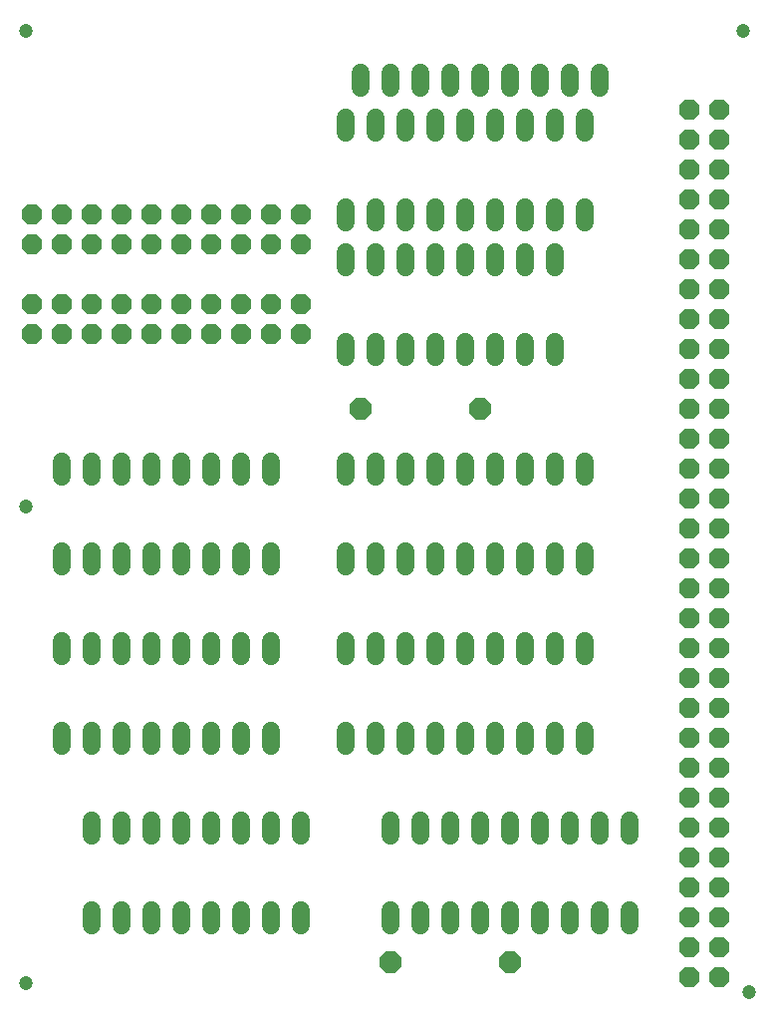
<source format=gbr>
G04 EAGLE Gerber RS-274X export*
G75*
%MOIN*%
%FSLAX34Y34*%
%LPD*%
%INSoldermask Bottom*%
%IPPOS*%
%AMOC8*
5,1,8,0,0,1.08239X$1,22.5*%
G01*
%ADD10C,0.047370*%
%ADD11C,0.060000*%
%ADD12P,0.073603X8X292.500000*%
%ADD13P,0.073603X8X22.500000*%
%ADD14P,0.078972X8X202.500000*%
%ADD15P,0.078972X8X22.500000*%


D10*
X61300Y36150D03*
X37300Y20238D03*
X37300Y36150D03*
X37300Y4325D03*
X61500Y4000D03*
D11*
X46500Y9240D02*
X46500Y9760D01*
X45500Y9760D02*
X45500Y9240D01*
X40500Y9240D02*
X40500Y9760D01*
X39500Y9760D02*
X39500Y9240D01*
X44500Y9240D02*
X44500Y9760D01*
X43500Y9760D02*
X43500Y9240D01*
X41500Y9240D02*
X41500Y9760D01*
X42500Y9760D02*
X42500Y9240D01*
X39500Y6760D02*
X39500Y6240D01*
X40500Y6240D02*
X40500Y6760D01*
X41500Y6760D02*
X41500Y6240D01*
X42500Y6240D02*
X42500Y6760D01*
X43500Y6760D02*
X43500Y6240D01*
X44500Y6240D02*
X44500Y6760D01*
X45500Y6760D02*
X45500Y6240D01*
X46500Y6240D02*
X46500Y6760D01*
D12*
X60500Y33500D03*
X60500Y32500D03*
X60500Y31500D03*
X60500Y30500D03*
X60500Y29500D03*
X60500Y28500D03*
X60500Y27500D03*
X60500Y26500D03*
X60500Y25500D03*
X60500Y24500D03*
X60500Y23500D03*
X60500Y22500D03*
X60500Y21500D03*
X60500Y20500D03*
X60500Y19500D03*
X60500Y18500D03*
X60500Y17500D03*
X60500Y16500D03*
X60500Y15500D03*
X59500Y33500D03*
X59500Y32500D03*
X59500Y31500D03*
X59500Y30500D03*
X59500Y29500D03*
X59500Y28500D03*
X59500Y27500D03*
X59500Y26500D03*
X59500Y25500D03*
X59500Y24500D03*
X59500Y23500D03*
X59500Y22500D03*
X59500Y21500D03*
X59500Y20500D03*
X59500Y19500D03*
X59500Y18500D03*
X59500Y17500D03*
X59500Y16500D03*
X59500Y15500D03*
X60500Y14500D03*
X59500Y14500D03*
X59500Y13500D03*
X60500Y13500D03*
X59500Y12500D03*
X60500Y12500D03*
X59500Y11500D03*
X60500Y11500D03*
X59500Y10500D03*
X60500Y10500D03*
X59500Y9500D03*
X60500Y9500D03*
X59500Y8500D03*
X60500Y8500D03*
X59500Y7500D03*
X60500Y7500D03*
X59500Y6500D03*
X60500Y6500D03*
X59500Y5500D03*
X60500Y5500D03*
X59500Y4500D03*
X60500Y4500D03*
D13*
X37500Y26000D03*
X37500Y27000D03*
X38500Y26000D03*
X38500Y27000D03*
X39500Y26000D03*
X39500Y27000D03*
X40500Y26000D03*
X40500Y27000D03*
X41500Y26000D03*
X41500Y27000D03*
X42500Y26000D03*
X42500Y27000D03*
X43500Y26000D03*
X43500Y27000D03*
X44500Y26000D03*
X44500Y27000D03*
X45500Y26000D03*
X45500Y27000D03*
X46500Y26000D03*
X46500Y27000D03*
X37500Y29000D03*
X37500Y30000D03*
X38500Y29000D03*
X38500Y30000D03*
X39500Y29000D03*
X39500Y30000D03*
X40500Y29000D03*
X40500Y30000D03*
X41500Y29000D03*
X41500Y30000D03*
X42500Y29000D03*
X42500Y30000D03*
X43500Y29000D03*
X43500Y30000D03*
X44500Y29000D03*
X44500Y30000D03*
X45500Y29000D03*
X45500Y30000D03*
X46500Y29000D03*
X46500Y30000D03*
D11*
X55000Y28760D02*
X55000Y28240D01*
X54000Y28240D02*
X54000Y28760D01*
X49000Y28760D02*
X49000Y28240D01*
X48000Y28240D02*
X48000Y28760D01*
X53000Y28760D02*
X53000Y28240D01*
X52000Y28240D02*
X52000Y28760D01*
X50000Y28760D02*
X50000Y28240D01*
X51000Y28240D02*
X51000Y28760D01*
X48000Y25760D02*
X48000Y25240D01*
X49000Y25240D02*
X49000Y25760D01*
X50000Y25760D02*
X50000Y25240D01*
X51000Y25240D02*
X51000Y25760D01*
X52000Y25760D02*
X52000Y25240D01*
X53000Y25240D02*
X53000Y25760D01*
X54000Y25760D02*
X54000Y25240D01*
X55000Y25240D02*
X55000Y25760D01*
D14*
X52500Y23500D03*
X48500Y23500D03*
D11*
X56000Y32740D02*
X56000Y33260D01*
X55000Y33260D02*
X55000Y32740D01*
X50000Y32740D02*
X50000Y33260D01*
X49000Y33260D02*
X49000Y32740D01*
X54000Y32740D02*
X54000Y33260D01*
X53000Y33260D02*
X53000Y32740D01*
X51000Y32740D02*
X51000Y33260D01*
X52000Y33260D02*
X52000Y32740D01*
X48000Y32740D02*
X48000Y33260D01*
X48000Y30260D02*
X48000Y29740D01*
X49000Y29740D02*
X49000Y30260D01*
X50000Y30260D02*
X50000Y29740D01*
X51000Y29740D02*
X51000Y30260D01*
X52000Y30260D02*
X52000Y29740D01*
X53000Y29740D02*
X53000Y30260D01*
X54000Y30260D02*
X54000Y29740D01*
X55000Y29740D02*
X55000Y30260D01*
X56000Y30260D02*
X56000Y29740D01*
X57500Y9760D02*
X57500Y9240D01*
X56500Y9240D02*
X56500Y9760D01*
X51500Y9760D02*
X51500Y9240D01*
X50500Y9240D02*
X50500Y9760D01*
X55500Y9760D02*
X55500Y9240D01*
X54500Y9240D02*
X54500Y9760D01*
X52500Y9760D02*
X52500Y9240D01*
X53500Y9240D02*
X53500Y9760D01*
X49500Y9760D02*
X49500Y9240D01*
X49500Y6760D02*
X49500Y6240D01*
X50500Y6240D02*
X50500Y6760D01*
X51500Y6760D02*
X51500Y6240D01*
X52500Y6240D02*
X52500Y6760D01*
X53500Y6760D02*
X53500Y6240D01*
X54500Y6240D02*
X54500Y6760D01*
X55500Y6760D02*
X55500Y6240D01*
X56500Y6240D02*
X56500Y6760D01*
X57500Y6760D02*
X57500Y6240D01*
X45500Y15240D02*
X45500Y15760D01*
X44500Y15760D02*
X44500Y15240D01*
X39500Y15240D02*
X39500Y15760D01*
X38500Y15760D02*
X38500Y15240D01*
X43500Y15240D02*
X43500Y15760D01*
X42500Y15760D02*
X42500Y15240D01*
X40500Y15240D02*
X40500Y15760D01*
X41500Y15760D02*
X41500Y15240D01*
X38500Y12760D02*
X38500Y12240D01*
X39500Y12240D02*
X39500Y12760D01*
X40500Y12760D02*
X40500Y12240D01*
X41500Y12240D02*
X41500Y12760D01*
X42500Y12760D02*
X42500Y12240D01*
X43500Y12240D02*
X43500Y12760D01*
X44500Y12760D02*
X44500Y12240D01*
X45500Y12240D02*
X45500Y12760D01*
X45500Y21240D02*
X45500Y21760D01*
X44500Y21760D02*
X44500Y21240D01*
X39500Y21240D02*
X39500Y21760D01*
X38500Y21760D02*
X38500Y21240D01*
X43500Y21240D02*
X43500Y21760D01*
X42500Y21760D02*
X42500Y21240D01*
X40500Y21240D02*
X40500Y21760D01*
X41500Y21760D02*
X41500Y21240D01*
X38500Y18760D02*
X38500Y18240D01*
X39500Y18240D02*
X39500Y18760D01*
X40500Y18760D02*
X40500Y18240D01*
X41500Y18240D02*
X41500Y18760D01*
X42500Y18760D02*
X42500Y18240D01*
X43500Y18240D02*
X43500Y18760D01*
X44500Y18760D02*
X44500Y18240D01*
X45500Y18240D02*
X45500Y18760D01*
X56000Y15760D02*
X56000Y15240D01*
X55000Y15240D02*
X55000Y15760D01*
X50000Y15760D02*
X50000Y15240D01*
X49000Y15240D02*
X49000Y15760D01*
X54000Y15760D02*
X54000Y15240D01*
X53000Y15240D02*
X53000Y15760D01*
X51000Y15760D02*
X51000Y15240D01*
X52000Y15240D02*
X52000Y15760D01*
X48000Y15760D02*
X48000Y15240D01*
X48000Y12760D02*
X48000Y12240D01*
X49000Y12240D02*
X49000Y12760D01*
X50000Y12760D02*
X50000Y12240D01*
X51000Y12240D02*
X51000Y12760D01*
X52000Y12760D02*
X52000Y12240D01*
X53000Y12240D02*
X53000Y12760D01*
X54000Y12760D02*
X54000Y12240D01*
X55000Y12240D02*
X55000Y12760D01*
X56000Y12760D02*
X56000Y12240D01*
X56000Y21240D02*
X56000Y21760D01*
X55000Y21760D02*
X55000Y21240D01*
X50000Y21240D02*
X50000Y21760D01*
X49000Y21760D02*
X49000Y21240D01*
X54000Y21240D02*
X54000Y21760D01*
X53000Y21760D02*
X53000Y21240D01*
X51000Y21240D02*
X51000Y21760D01*
X52000Y21760D02*
X52000Y21240D01*
X48000Y21240D02*
X48000Y21760D01*
X48000Y18760D02*
X48000Y18240D01*
X49000Y18240D02*
X49000Y18760D01*
X50000Y18760D02*
X50000Y18240D01*
X51000Y18240D02*
X51000Y18760D01*
X52000Y18760D02*
X52000Y18240D01*
X53000Y18240D02*
X53000Y18760D01*
X54000Y18760D02*
X54000Y18240D01*
X55000Y18240D02*
X55000Y18760D01*
X56000Y18760D02*
X56000Y18240D01*
D15*
X49500Y5000D03*
X53500Y5000D03*
D11*
X48500Y34240D02*
X48500Y34760D01*
X49500Y34760D02*
X49500Y34240D01*
X50500Y34240D02*
X50500Y34760D01*
X51500Y34760D02*
X51500Y34240D01*
X52500Y34240D02*
X52500Y34760D01*
X53500Y34760D02*
X53500Y34240D01*
X54500Y34240D02*
X54500Y34760D01*
X55500Y34760D02*
X55500Y34240D01*
X56500Y34240D02*
X56500Y34760D01*
M02*

</source>
